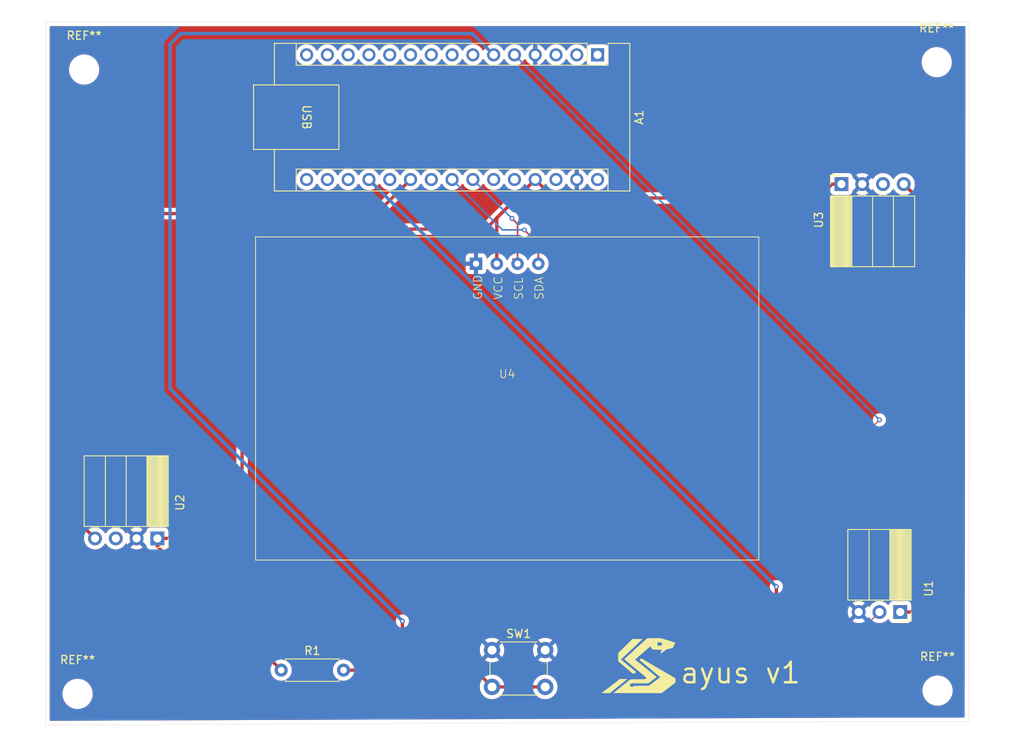
<source format=kicad_pcb>
(kicad_pcb (version 20241229) (generator "pcbnew") (generator_version "9.0")
  (layers (0 "F.Cu" signal "Front") (4 "In1.Cu" signal) (6 "In2.Cu" signal) (2 "B.Cu" signal "Back") (13 "F.Paste" user) (15 "B.Paste" user) (5 "F.SilkS" user "F.Silkscreen") (7 "B.SilkS" user "B.Silkscreen") (1 "F.Mask" user) (3 "B.Mask" user) (25 "Edge.Cuts" user))
  (net 0 "")
  (net 1 "Net-(A1-A0)")
  (net 10 "GND")
  (net 11 "Net-(A1-A5)")
  (net 21 "Net-(A1-D3)")
  (net 25 "+5V")
  (net 26 "Net-(A1-D2)")
  (net 27 "Net-(A1-A4)")
  (net 28 "Net-(A1-A2)")
  (footprint "Button_Switch_THT:SW_PUSH_6mm_H5mm" (layer "F.Cu") (at 97.15 110.75)
    (property "Reference" "SW1" (at 3.25 -2 0) (layer "F.SilkS"))
    (property "Value" "SW_Push")
    (fp_line (start -0.25 1.5) (end -0.25 3) (stroke (width 0.12)) (layer "F.SilkS"))
    (fp_line (start 1 5.5) (end 5.5 5.5) (stroke (width 0.12)) (layer "F.SilkS"))
    (fp_line (start 5.5 -1) (end 1 -1) (stroke (width 0.12)) (layer "F.SilkS"))
    (fp_line (start 6.75 3) (end 6.75 1.5) (stroke (width 0.12)) (layer "F.SilkS"))
    (pad "1" thru_hole circle (at 0 0 90) (size 2 2) (drill 1.1) (layers "*.Cu" "*.Mask") (net 10 "GND"))
    (pad "1" thru_hole circle (at 6.5 0 90) (size 2 2) (drill 1.1) (layers "*.Cu" "*.Mask") (net 10 "GND"))
    (pad "2" thru_hole circle (at 0 4.5 90) (size 2 2) (drill 1.1) (layers "*.Cu" "*.Mask") (net 21 "Net-(A1-D3)"))
    (pad "2" thru_hole circle (at 6.5 4.5 90) (size 2 2) (drill 1.1) (layers "*.Cu" "*.Mask") (net 21 "Net-(A1-D3)"))
  )
  (footprint "Connector_PinSocket_2.54mm:PinSocket_1x04_P2.54mm_Horizontal" (layer "F.Cu") (at 139.85 53.8 90)
    (property "Reference" "U3" (at -4.38 -2.77 90) (layer "F.SilkS"))
    (property "Value" "LDR")
    (fp_line (start 1.11 -1.33) (end 1.11 0) (stroke (width 0.12)) (layer "F.SilkS"))
    (fp_line (start 0 -1.33) (end 1.11 -1.33) (stroke (width 0.12)) (layer "F.SilkS"))
    (fp_line (start -1.46 -1.33) (end -1.46 8.95) (stroke (width 0.12)) (layer "F.SilkS"))
    (fp_line (start -10.09 -1.33) (end -1.46 -1.33) (stroke (width 0.12)) (layer "F.SilkS"))
    (fp_line (start -10.09 -1.33) (end -10.09 8.95) (stroke (width 0.12)) (layer "F.SilkS"))
    (fp_line (start -10.09 -1.21) (end -1.46 -1.21) (stroke (width 0.12)) (layer "F.SilkS"))
    (fp_line (start -10.09 -1.091905) (end -1.46 -1.091905) (stroke (width 0.12)) (layer "F.SilkS"))
    (fp_line (start -10.09 -0.97381) (end -1.46 -0.97381) (stroke (width 0.12)) (layer "F.SilkS"))
    (fp_line (start -10.09 -0.855715) (end -1.46 -0.855715) (stroke (width 0.12)) (layer "F.SilkS"))
    (fp_line (start -10.09 -0.73762) (end -1.46 -0.73762) (stroke (width 0.12)) (layer "F.SilkS"))
    (fp_line (start -10.09 -0.619525) (end -1.46 -0.619525) (stroke (width 0.12)) (layer "F.SilkS"))
    (fp_line (start -10.09 -0.50143) (end -1.46 -0.50143) (stroke (width 0.12)) (layer "F.SilkS"))
    (fp_line (start -10.09 -0.383335) (end -1.46 -0.383335) (stroke (width 0.12)) (layer "F.SilkS"))
    (fp_line (start -1.46 -0.36) (end -1.11 -0.36) (stroke (width 0.12)) (layer "F.SilkS"))
    (fp_line (start -10.09 -0.26524) (end -1.46 -0.26524) (stroke (width 0.12)) (layer "F.SilkS"))
    (fp_line (start -10.09 -0.147145) (end -1.46 -0.147145) (stroke (width 0.12)) (layer "F.SilkS"))
    (fp_line (start -10.09 -0.02905) (end -1.46 -0.02905) (stroke (width 0.12)) (layer "F.SilkS"))
    (fp_line (start -10.09 0.089045) (end -1.46 0.089045) (stroke (width 0.12)) (layer "F.SilkS"))
    (fp_line (start -10.09 0.20714) (end -1.46 0.20714) (stroke (width 0.12)) (layer "F.SilkS"))
    (fp_line (start -10.09 0.325235) (end -1.46 0.325235) (stroke (width 0.12)) (layer "F.SilkS"))
    (fp_line (start -1.46 0.36) (end -1.11 0.36) (stroke (width 0.12)) (layer "F.SilkS"))
    (fp_line (start -10.09 0.44333) (end -1.46 0.44333) (stroke (width 0.12)) (layer "F.SilkS"))
    (fp_line (start -10.09 0.561425) (end -1.46 0.561425) (stroke (width 0.12)) (layer "F.SilkS"))
    (fp_line (start -10.09 0.67952) (end -1.46 0.67952) (stroke (width 0.12)) (layer "F.SilkS"))
    (fp_line (start -10.09 0.797615) (end -1.46 0.797615) (stroke (width 0.12)) (layer "F.SilkS"))
    (fp_line (start -10.09 0.91571) (end -1.46 0.91571) (stroke (width 0.12)) (layer "F.SilkS"))
    (fp_line (start -10.09 1.033805) (end -1.46 1.033805) (stroke (width 0.12)) (layer "F.SilkS"))
    (fp_line (start -10.09 1.1519) (end -1.46 1.1519) (stroke (width 0.12)) (layer "F.SilkS"))
    (fp_line (start -10.09 1.27) (end -1.46 1.27) (stroke (width 0.12)) (layer "F.SilkS"))
    (fp_line (start -1.46 2.18) (end -1.05 2.18) (stroke (width 0.12)) (layer "F.SilkS"))
    (fp_line (start -1.46 2.9) (end -1.05 2.9) (stroke (width 0.12)) (layer "F.SilkS"))
    (fp_line (start -10.09 3.81) (end -1.46 3.81) (stroke (width 0.12)) (layer "F.SilkS"))
    (fp_line (start -1.46 4.72) (end -1.05 4.72) (stroke (width 0.12)) (layer "F.SilkS"))
    (fp_line (start -1.46 5.44) (end -1.05 5.44) (stroke (width 0.12)) (layer "F.SilkS"))
    (fp_line (start -10.09 6.35) (end -1.46 6.35) (stroke (width 0.12)) (layer "F.SilkS"))
    (fp_line (start -1.46 7.26) (end -1.05 7.26) (stroke (width 0.12)) (layer "F.SilkS"))
    (fp_line (start -1.46 7.98) (end -1.05 7.98) (stroke (width 0.12)) (layer "F.SilkS"))
    (fp_line (start -10.09 8.95) (end -1.46 8.95) (stroke (width 0.12)) (layer "F.SilkS"))
    (pad "1" thru_hole rect (at 0 0 90) (size 1.7 1.7) (drill 1) (layers "*.Cu" "*.Mask") (net 25 "+5V"))
    (pad "2" thru_hole circle (at 0 2.54 90) (size 1.7 1.7) (drill 1) (layers "*.Cu" "*.Mask") (net 10 "GND"))
    (pad "3" thru_hole circle (at 0 5.08 90) (size 1.7 1.7) (drill 1) (layers "*.Cu" "*.Mask"))
    (pad "4" thru_hole circle (at 0 7.62 90) (size 1.7 1.7) (drill 1) (layers "*.Cu" "*.Mask") (net 1 "Net-(A1-A0)"))
  )
  (footprint "MountingHole:MountingHole_3.2mm_M3" (layer "F.Cu") (at 47.3 39.8)
    (property "Reference" "REF**" (at 0 -4.15 0) (layer "F.SilkS"))
    (property "Value" "MountingHole_3.2mm_M3")
    (pad "" np_thru_hole circle (at 0 0) (size 3.2 3.2) (drill 3.2) (layers "*.Cu" "*.Mask"))
  )
  (footprint "MountingHole:MountingHole_3.2mm_M3" (layer "F.Cu") (at 151.6 115.7)
    (property "Reference" "REF**" (at 0 -4.15 0) (layer "F.SilkS"))
    (property "Value" "MountingHole_3.2mm_M3")
    (pad "" np_thru_hole circle (at 0 0) (size 3.2 3.2) (drill 3.2) (layers "*.Cu" "*.Mask"))
  )
  (footprint "Module:Arduino_Nano" (layer "F.Cu") (at 110.05 38 -90)
    (property "Reference" "A1" (at 7.62 -5.08 90) (layer "F.SilkS"))
    (property "Value" "Arduino_Nano_v3.x")
    (fp_line (start 3.68 42.04) (end 3.68 31.62) (stroke (width 0.12)) (layer "F.SilkS"))
    (fp_line (start 11.56 42.04) (end 3.68 42.04) (stroke (width 0.12)) (layer "F.SilkS"))
    (fp_line (start -1.4 39.5) (end 3.68 39.5) (stroke (width 0.12)) (layer "F.SilkS"))
    (fp_line (start 16.64 39.5) (end 11.56 39.5) (stroke (width 0.12)) (layer "F.SilkS"))
    (fp_line (start 16.64 39.5) (end 16.64 -3.94) (stroke (width 0.12)) (layer "F.SilkS"))
    (fp_line (start 1.27 36.83) (end -1.4 36.83) (stroke (width 0.12)) (layer "F.SilkS"))
    (fp_line (start 13.97 36.83) (end 16.64 36.83) (stroke (width 0.12)) (layer "F.SilkS"))
    (fp_line (start 3.68 31.62) (end 11.56 31.62) (stroke (width 0.12)) (layer "F.SilkS"))
    (fp_line (start 11.56 31.62) (end 11.56 42.04) (stroke (width 0.12)) (layer "F.SilkS"))
    (fp_line (start -1.4 1.27) (end -1.4 39.5) (stroke (width 0.12)) (layer "F.SilkS"))
    (fp_line (start 1.27 1.27) (end 1.27 36.83) (stroke (width 0.12)) (layer "F.SilkS"))
    (fp_line (start 1.27 1.27) (end -1.4 1.27) (stroke (width 0.12)) (layer "F.SilkS"))
    (fp_line (start 1.27 1.27) (end 1.27 -1.27) (stroke (width 0.12)) (layer "F.SilkS"))
    (fp_line (start 1.27 -1.27) (end -1.4 -1.27) (stroke (width 0.12)) (layer "F.SilkS"))
    (fp_line (start 13.97 -1.27) (end 13.97 36.83) (stroke (width 0.12)) (layer "F.SilkS"))
    (fp_line (start 13.97 -1.27) (end 16.64 -1.27) (stroke (width 0.12)) (layer "F.SilkS"))
    (fp_line (start -1.4 -3.94) (end -1.4 -1.27) (stroke (width 0.12)) (layer "F.SilkS"))
    (fp_line (start 16.64 -3.94) (end -1.4 -3.94) (stroke (width 0.12)) (layer "F.SilkS"))
    (fp_text user "USB" (at 7.62 35.56 270) (layer "F.SilkS"))
    (pad "1" thru_hole rect (at 0 0 270) (size 1.6 1.6) (drill 1) (layers "*.Cu" "*.Mask"))
    (pad "2" thru_hole oval (at 0 2.54 270) (size 1.6 1.6) (drill 1) (layers "*.Cu" "*.Mask"))
    (pad "3" thru_hole oval (at 0 5.08 270) (size 1.6 1.6) (drill 1) (layers "*.Cu" "*.Mask"))
    (pad "4" thru_hole oval (at 0 7.62 270) (size 1.6 1.6) (drill 1) (layers "*.Cu" "*.Mask") (net 10 "GND"))
    (pad "5" thru_hole oval (at 0 10.16 270) (size 1.6 1.6) (drill 1) (layers "*.Cu" "*.Mask") (net 26 "Net-(A1-D2)"))
    (pad "6" thru_hole oval (at 0 12.7 270) (size 1.6 1.6) (drill 1) (layers "*.Cu" "*.Mask") (net 21 "Net-(A1-D3)"))
    (pad "7" thru_hole oval (at 0 15.24 270) (size 1.6 1.6) (drill 1) (layers "*.Cu" "*.Mask"))
    (pad "8" thru_hole oval (at 0 17.78 270) (size 1.6 1.6) (drill 1) (layers "*.Cu" "*.Mask"))
    (pad "9" thru_hole oval (at 0 20.32 270) (size 1.6 1.6) (drill 1) (layers "*.Cu" "*.Mask"))
    (pad "10" thru_hole oval (at 0 22.86 270) (size 1.6 1.6) (drill 1) (layers "*.Cu" "*.Mask"))
    (pad "11" thru_hole oval (at 0 25.4 270) (size 1.6 1.6) (drill 1) (layers "*.Cu" "*.Mask"))
    (pad "12" thru_hole oval (at 0 27.94 270) (size 1.6 1.6) (drill 1) (layers "*.Cu" "*.Mask"))
    (pad "13" thru_hole oval (at 0 30.48 270) (size 1.6 1.6) (drill 1) (layers "*.Cu" "*.Mask"))
    (pad "14" thru_hole oval (at 0 33.02 270) (size 1.6 1.6) (drill 1) (layers "*.Cu" "*.Mask"))
    (pad "15" thru_hole oval (at 0 35.56 270) (size 1.6 1.6) (drill 1) (layers "*.Cu" "*.Mask"))
    (pad "16" thru_hole oval (at 15.24 35.56 270) (size 1.6 1.6) (drill 1) (layers "*.Cu" "*.Mask"))
    (pad "17" thru_hole oval (at 15.24 33.02 270) (size 1.6 1.6) (drill 1) (layers "*.Cu" "*.Mask"))
    (pad "18" thru_hole oval (at 15.24 30.48 270) (size 1.6 1.6) (drill 1) (layers "*.Cu" "*.Mask"))
    (pad "19" thru_hole oval (at 15.24 27.94 270) (size 1.6 1.6) (drill 1) (layers "*.Cu" "*.Mask") (net 1 "Net-(A1-A0)"))
    (pad "20" thru_hole oval (at 15.24 25.4 270) (size 1.6 1.6) (drill 1) (layers "*.Cu" "*.Mask"))
    (pad "21" thru_hole oval (at 15.24 22.86 270) (size 1.6 1.6) (drill 1) (layers "*.Cu" "*.Mask") (net 28 "Net-(A1-A2)"))
    (pad "22" thru_hole oval (at 15.24 20.32 270) (size 1.6 1.6) (drill 1) (layers "*.Cu" "*.Mask"))
    (pad "23" thru_hole oval (at 15.24 17.78 270) (size 1.6 1.6) (drill 1) (layers "*.Cu" "*.Mask") (net 27 "Net-(A1-A4)"))
    (pad "24" thru_hole oval (at 15.24 15.24 270) (size 1.6 1.6) (drill 1) (layers "*.Cu" "*.Mask") (net 11 "Net-(A1-A5)"))
    (pad "25" thru_hole oval (at 15.24 12.7 270) (size 1.6 1.6) (drill 1) (layers "*.Cu" "*.Mask"))
    (pad "26" thru_hole oval (at 15.24 10.16 270) (size 1.6 1.6) (drill 1) (layers "*.Cu" "*.Mask"))
    (pad "27" thru_hole oval (at 15.24 7.62 270) (size 1.6 1.6) (drill 1) (layers "*.Cu" "*.Mask") (net 25 "+5V"))
    (pad "28" thru_hole oval (at 15.24 5.08 270) (size 1.6 1.6) (drill 1) (layers "*.Cu" "*.Mask"))
    (pad "29" thru_hole oval (at 15.24 2.54 270) (size 1.6 1.6) (drill 1) (layers "*.Cu" "*.Mask") (net 10 "GND"))
    (pad "30" thru_hole oval (at 15.24 0 270) (size 1.6 1.6) (drill 1) (layers "*.Cu" "*.Mask"))
  )
  (footprint "Connector_PinSocket_2.54mm:PinSocket_1x04_P2.54mm_Horizontal" (layer "F.Cu") (at 56.25 97.1 -90)
    (property "Reference" "U2" (at -4.38 -2.77 90) (layer "F.SilkS"))
    (property "Value" "MQ-135")
    (fp_line (start -10.09 8.95) (end -1.46 8.95) (stroke (width 0.12)) (layer "F.SilkS"))
    (fp_line (start -1.46 7.98) (end -1.05 7.98) (stroke (width 0.12)) (layer "F.SilkS"))
    (fp_line (start -1.46 7.26) (end -1.05 7.26) (stroke (width 0.12)) (layer "F.SilkS"))
    (fp_line (start -10.09 6.35) (end -1.46 6.35) (stroke (width 0.12)) (layer "F.SilkS"))
    (fp_line (start -1.46 5.44) (end -1.05 5.44) (stroke (width 0.12)) (layer "F.SilkS"))
    (fp_line (start -1.46 4.72) (end -1.05 4.72) (stroke (width 0.12)) (layer "F.SilkS"))
    (fp_line (start -10.09 3.81) (end -1.46 3.81) (stroke (width 0.12)) (layer "F.SilkS"))
    (fp_line (start -1.46 2.9) (end -1.05 2.9) (stroke (width 0.12)) (layer "F.SilkS"))
    (fp_line (start -1.46 2.18) (end -1.05 2.18) (stroke (width 0.12)) (layer "F.SilkS"))
    (fp_line (start -10.09 1.27) (end -1.46 1.27) (stroke (width 0.12)) (layer "F.SilkS"))
    (fp_line (start -10.09 1.1519) (end -1.46 1.1519) (stroke (width 0.12)) (layer "F.SilkS"))
    (fp_line (start -10.09 1.033805) (end -1.46 1.033805) (stroke (width 0.12)) (layer "F.SilkS"))
    (fp_line (start -10.09 0.91571) (end -1.46 0.91571) (stroke (width 0.12)) (layer "F.SilkS"))
    (fp_line (start -10.09 0.797615) (end -1.46 0.797615) (stroke (width 0.12)) (layer "F.SilkS"))
    (fp_line (start -10.09 0.67952) (end -1.46 0.67952) (stroke (width 0.12)) (layer "F.SilkS"))
    (fp_line (start -10.09 0.561425) (end -1.46 0.561425) (stroke (width 0.12)) (layer "F.SilkS"))
    (fp_line (start -10.09 0.44333) (end -1.46 0.44333) (stroke (width 0.12)) (layer "F.SilkS"))
    (fp_line (start -1.46 0.36) (end -1.11 0.36) (stroke (width 0.12)) (layer "F.SilkS"))
    (fp_line (start -10.09 0.325235) (end -1.46 0.325235) (stroke (width 0.12)) (layer "F.SilkS"))
    (fp_line (start -10.09 0.20714) (end -1.46 0.20714) (stroke (width 0.12)) (layer "F.SilkS"))
    (fp_line (start -10.09 0.089045) (end -1.46 0.089045) (stroke (width 0.12)) (layer "F.SilkS"))
    (fp_line (start -10.09 -0.02905) (end -1.46 -0.02905) (stroke (width 0.12)) (layer "F.SilkS"))
    (fp_line (start -10.09 -0.147145) (end -1.46 -0.147145) (stroke (width 0.12)) (layer "F.SilkS"))
    (fp_line (start -10.09 -0.26524) (end -1.46 -0.26524) (stroke (width 0.12)) (layer "F.SilkS"))
    (fp_line (start -1.46 -0.36) (end -1.11 -0.36) (stroke (width 0.12)) (layer "F.SilkS"))
    (fp_line (start -10.09 -0.383335) (end -1.46 -0.383335) (stroke (width 0.12)) (layer "F.SilkS"))
    (fp_line (start -10.09 -0.50143) (end -1.46 -0.50143) (stroke (width 0.12)) (layer "F.SilkS"))
    (fp_line (start -10.09 -0.619525) (end -1.46 -0.619525) (stroke (width 0.12)) (layer "F.SilkS"))
    (fp_line (start -10.09 -0.73762) (end -1.46 -0.73762) (stroke (width 0.12)) (layer "F.SilkS"))
    (fp_line (start -10.09 -0.855715) (end -1.46 -0.855715) (stroke (width 0.12)) (layer "F.SilkS"))
    (fp_line (start -10.09 -0.97381) (end -1.46 -0.97381) (stroke (width 0.12)) (layer "F.SilkS"))
    (fp_line (start -10.09 -1.091905) (end -1.46 -1.091905) (stroke (width 0.12)) (layer "F.SilkS"))
    (fp_line (start -10.09 -1.21) (end -1.46 -1.21) (stroke (width 0.12)) (layer "F.SilkS"))
    (fp_line (start -10.09 -1.33) (end -10.09 8.95) (stroke (width 0.12)) (layer "F.SilkS"))
    (fp_line (start -10.09 -1.33) (end -1.46 -1.33) (stroke (width 0.12)) (layer "F.SilkS"))
    (fp_line (start -1.46 -1.33) (end -1.46 8.95) (stroke (width 0.12)) (layer "F.SilkS"))
    (fp_line (start 0 -1.33) (end 1.11 -1.33) (stroke (width 0.12)) (layer "F.SilkS"))
    (fp_line (start 1.11 -1.33) (end 1.11 0) (stroke (width 0.12)) (layer "F.SilkS"))
    (pad "1" thru_hole rect (at 0 0 270) (size 1.7 1.7) (drill 1) (layers "*.Cu" "*.Mask") (net 25 "+5V"))
    (pad "2" thru_hole circle (at 0 2.54 270) (size 1.7 1.7) (drill 1) (layers "*.Cu" "*.Mask") (net 10 "GND"))
    (pad "3" thru_hole circle (at 0 5.08 270) (size 1.7 1.7) (drill 1) (layers "*.Cu" "*.Mask"))
    (pad "4" thru_hole circle (at 0 7.62 270) (size 1.7 1.7) (drill 1) (layers "*.Cu" "*.Mask") (net 28 "Net-(A1-A2)"))
  )
  (footprint "LOGO" (layer "F.Cu") (at 115.3 113.1)
    (property "Reference" "G***" (hide yes))
    (property "Value" "LOGO" (hide yes))
    (fp_poly (pts (xy -2.007983 1.181982) (xy -1.903999 1.182847) (xy -1.810657 1.184565) (xy -1.733633 1.187151) (xy -1.678599 1.190617) (xy -1.651231 1.194977) (xy -1.649237 1.196662) (xy -1.653371 1.203448) (xy -1.666785 1.217359) (xy -1.690992 1.239647) (xy -1.727505 1.271567) (xy -1.777838 1.314373) (xy -1.843507 1.369318) (xy -1.926023 1.437655) (xy -2.026902 1.520639) (xy -2.147657 1.619524) (xy -2.289801 1.735563) (xy -2.45485 1.870009) (xy -2.644317 2.024118) (xy -2.85936 2.198854) (xy -2.974559 2.292345) (xy -3.098884 2.393109) (xy -3.223983 2.494383) (xy -3.341504 2.589408) (xy -3.443092 2.671422) (xy -3.474862 2.697029) (xy -3.739445 2.91017) (xy -4.25891 2.910293) (xy -4.389208 2.909846) (xy -4.506426 2.908524) (xy -4.606398 2.906447) (xy -4.684959 2.903736) (xy -4.737941 2.900514) (xy -4.761179 2.896901) (xy -4.761619 2.895651) (xy -4.743777 2.881727) (xy -4.701288 2.849377) (xy -4.637751 2.801315) (xy -4.55676 2.740253) (xy -4.461912 2.668907) (xy -4.356804 2.58999) (xy -4.312709 2.556923) (xy -4.175678 2.453761) (xy -4.020586 2.33627) (xy -3.857156 2.211864) (xy -3.69511 2.087953) (xy -3.544169 1.971952) (xy -3.448403 1.897937) (xy -3.327563 1.804266) (xy -3.20349 1.708105) (xy -3.082301 1.614196) (xy -2.970116 1.527278) (xy -2.873054 1.452093) (xy -2.797231 1.393381) (xy -2.791968 1.389306) (xy -2.715268 1.329409) (xy -2.64852 1.276288) (xy -2.596709 1.233987) (xy -2.564815 1.206552) (xy -2.557211 1.198751) (xy -2.537613 1.194002) (xy -2.488936 1.190016) (xy -2.416855 1.186805) (xy -2.327045 1.184384) (xy -2.22518 1.182764) (xy -2.116935 1.181959)) (fill yes) (layer "F.SilkS"))
    (fp_poly (pts (xy -0.233907 -3.703781) (xy -0.102375 -3.702683) (xy 0.01332 -3.700963) (xy 0.109183 -3.698714) (xy 0.181214 -3.696025) (xy 0.225417 -3.692988) (xy 0.238125 -3.690158) (xy 0.225751 -3.67374) (xy 0.19189 -3.638726) (xy 0.141431 -3.589945) (xy 0.079264 -3.532227) (xy 0.066145 -3.520298) (xy -0.019056 -3.44227) (xy -0.11424 -3.353801) (xy -0.20617 -3.267253) (xy -0.264584 -3.211459) (xy -0.358208 -3.121749) (xy -0.476232 -3.009535) (xy -0.617141 -2.876243) (xy -0.779416 -2.723302) (xy -0.96154 -2.55214) (xy -1.161997 -2.364184) (xy -1.379269 -2.160862) (xy -1.605581 -1.949444) (xy -1.772363 -1.793655) (xy -1.914958 -1.660203) (xy -2.035062 -1.547453) (xy -2.134372 -1.453774) (xy -2.214586 -1.377531) (xy -2.277399 -1.317092) (xy -2.32451 -1.270823) (xy -2.357613 -1.237092) (xy -2.378407 -1.214265) (xy -2.388588 -1.200708) (xy -2.389853 -1.19479) (xy -2.389746 -1.194691) (xy -2.374665 -1.18233) (xy -2.335254 -1.150062) (xy -2.274487 -1.10032) (xy -2.195336 -1.035538) (xy -2.100774 -0.958148) (xy -1.993774 -0.870584) (xy -1.877309 -0.775279) (xy -1.843264 -0.747421) (xy -1.622384 -0.566619) (xy -1.427317 -0.406799) (xy -1.25652 -0.266666) (xy -1.108452 -0.144926) (xy -0.981572 -0.040285) (xy -0.874336 0.048552) (xy -0.785203 0.12288) (xy -0.712632 0.183993) (xy -0.655079 0.233186) (xy -0.611004 0.271753) (xy -0.578864 0.300989) (xy -0.557118 0.322188) (xy -0.544223 0.336644) (xy -0.538638 0.345654) (xy -0.538098 0.348321) (xy -0.552886 0.36544) (xy -0.591931 0.393216) (xy -0.647516 0.427399) (xy -0.711923 0.463741) (xy -0.777436 0.497993) (xy -0.836336 0.525906) (xy -0.880907 0.543232) (xy -0.898618 0.546805) (xy -0.922891 0.535263) (xy -0.972531 0.500569) (xy -1.047662 0.442625) (xy -1.148408 0.36133) (xy -1.274894 0.256584) (xy -1.427244 0.128286) (xy -1.580431 -0.002147) (xy -1.72009 -0.121537) (xy -1.860568 -0.241601) (xy -1.997732 -0.358807) (xy -2.127447 -0.469624) (xy -2.24558 -0.570521) (xy -2.347997 -0.657966) (xy -2.430565 -0.72843) (xy -2.473481 -0.765028) (xy -2.724462 -0.978959) (xy -2.724835 -1.484258) (xy -2.725209 -1.989557) (xy -1.858942 -2.846862) (xy -0.992675 -3.704168) (xy -0.377275 -3.704168)) (fill yes) (layer "F.SilkS"))
    (fp_poly (pts (xy 2.035149 -3.809021) (xy 2.173078 -3.808209) (xy 2.285095 -3.806849) (xy 2.374321 -3.80485) (xy 2.443877 -3.802121) (xy 2.496885 -3.798572) (xy 2.536466 -3.794111) (xy 2.565742 -3.788647) (xy 2.586289 -3.782646) (xy 2.623686 -3.77017) (xy 2.689459 -3.749053) (xy 2.778251 -3.72098) (xy 2.884705 -3.687637) (xy 3.003464 -3.650708) (xy 3.122083 -3.614062) (xy 3.34831 -3.544256) (xy 3.542971 -3.483844) (xy 3.708283 -3.432073) (xy 3.846466 -3.388187) (xy 3.959739 -3.351433) (xy 4.050321 -3.321057) (xy 4.120432 -3.296303) (xy 4.172291 -3.276418) (xy 4.208116 -3.260648) (xy 4.230127 -3.248238) (xy 4.240544 -3.238434) (xy 4.242152 -3.233361) (xy 4.234104 -3.205974) (xy 4.212563 -3.156527) (xy 4.181431 -3.09365) (xy 4.164717 -3.062137) (xy 4.117882 -2.97472) (xy 4.066128 -2.876609) (xy 4.01979 -2.787415) (xy 4.015025 -2.778126) (xy 3.981153 -2.712632) (xy 3.952265 -2.657967) (xy 3.932891 -2.622657) (xy 3.928677 -2.615642) (xy 3.907262 -2.604916) (xy 3.857783 -2.589418) (xy 3.786889 -2.57066) (xy 3.701229 -2.550154) (xy 3.607453 -2.529411) (xy 3.512211 -2.509944) (xy 3.422151 -2.493264) (xy 3.343924 -2.480882) (xy 3.32493 -2.478377) (xy 3.289997 -2.473324) (xy 3.257798 -2.465956) (xy 3.224607 -2.45397) (xy 3.186694 -2.43506) (xy 3.140332 -2.406921) (xy 3.081793 -2.367247) (xy 3.007348 -2.313734) (xy 2.91327 -2.244075) (xy 2.795829 -2.155967) (xy 2.760486 -2.129358) (xy 2.647635 -2.045268) (xy 2.560274 -1.982291) (xy 2.496569 -1.939225) (xy 2.454686 -1.914867) (xy 2.432793 -1.908016) (xy 2.428518 -1.911654) (xy 2.432752 -1.938177) (xy 2.448451 -1.989688) (xy 2.473133 -2.058776) (xy 2.504313 -2.138025) (xy 2.504479 -2.138429) (xy 2.53698 -2.218058) (xy 2.564992 -2.287593) (xy 2.585507 -2.339509) (xy 2.595484 -2.366169) (xy 2.595709 -2.374591) (xy 2.587872 -2.381235) (xy 2.568324 -2.386319) (xy 2.533418 -2.390062) (xy 2.479502 -2.392684) (xy 2.40293 -2.394402) (xy 2.300052 -2.395436) (xy 2.167218 -2.396004) (xy 2.095268 -2.396169) (xy 1.945767 -2.396631) (xy 1.827134 -2.397548) (xy 1.734957 -2.399184) (xy 1.664826 -2.401804) (xy 1.612331 -2.405671) (xy 1.573062 -2.411049) (xy 1.542609 -2.418202) (xy 1.51656 -2.427393) (xy 1.507202 -2.431343) (xy 1.418968 -2.484127) (xy 1.343741 -2.561725) (xy 1.277447 -2.668639) (xy 1.259875 -2.704559) (xy 1.203629 -2.82502) (xy 1.130981 -2.755161) (xy 1.096606 -2.723498) (xy 1.038195 -2.671331) (xy 0.958536 -2.601073) (xy 0.860413 -2.515136) (xy 0.746612 -2.415933) (xy 0.619918 -2.305878) (xy 0.483119 -2.187382) (xy 0.338998 -2.062859) (xy 0.190342 -1.934722) (xy 0.039937 -1.805383) (xy -0.109432 -1.677255) (xy -0.254979 -1.55275) (xy -0.393919 -1.434282) (xy -0.400419 -1.428751) (xy -0.480776 -1.359878) (xy -0.551091 -1.298665) (xy -0.607221 -1.248794) (xy -0.645025 -1.21395) (xy -0.660362 -1.197817) (xy -0.660499 -1.197409) (xy -0.647732 -1.183174) (xy -0.612061 -1.151701) (xy -0.558544 -1.107263) (xy -0.492238 -1.05413) (xy -0.472558 -1.038659) (xy -0.411768 -0.990716) (xy -0.326996 -0.923344) (xy -0.221683 -0.839309) (xy -0.099269 -0.741376) (xy 0.036806 -0.632307) (xy 0.1831 -0.514869) (xy 0.336175 -0.391826) (xy 0.492588 -0.265943) (xy 0.648899 -0.139984) (xy 0.801669 -0.016713) (xy 0.947455 0.101103) (xy 1.082819 0.210702) (xy 1.144652 0.260854) (xy 1.317412 0.401114) (xy 1.464682 0.520788) (xy 1.588401 0.621476) (xy 1.69051 0.704777) (xy 1.772949 0.772288) (xy 1.837656 0.82561) (xy 1.886573 0.86634) (xy 1.921637 0.896078) (xy 1.94479 0.916422) (xy 1.957971 0.928972) (xy 1.963119 0.935326) (xy 1.963226 0.935573) (xy 1.956498 0.946568) (xy 1.931437 0.970241) (xy 1.886644 1.007678) (xy 1.820722 1.059966) (xy 1.732272 1.128192) (xy 1.619897 1.213443) (xy 1.482197 1.316804) (xy 1.317776 1.439363) (xy 1.255175 1.485868) (xy 0.9525 1.710557) (xy -0.069397 1.710764) (xy -0.285319 1.710849) (xy -0.468833 1.711069) (xy -0.622809 1.711519) (xy -0.750118 1.712288) (xy -0.85363 1.71347) (xy -0.936214 1.715157) (xy -1.000741 1.71744) (xy -1.05008 1.720412) (xy -1.087103 1.724165) (xy -1.114678 1.728792) (xy -1.135676 1.734383) (xy -1.152967 1.741032) (xy -1.163393 1.745874) (xy -1.237523 1.798706) (xy -1.28252 1.869919) (xy -1.296459 1.949735) (xy -1.280098 2.015192) (xy -1.236077 2.074462) (xy -1.171985 2.119985) (xy -1.10227 2.143151) (xy -1.061574 2.147014) (xy -1.021945 2.141731) (xy -0.973287 2.124594) (xy -0.905504 2.092896) (xy -0.894541 2.087455) (xy -0.758473 2.019652) (xy 0.123472 2.010832) (xy 1.005416 2.002013) (xy 1.42875 1.693732) (xy 1.554501 1.601948) (xy 1.687622 1.504417) (xy 1.820691 1.406603) (xy 1.946282 1.313971) (xy 2.056973 1.231985) (xy 2.133063 1.175301) (xy 2.414043 0.96515) (xy 2.352011 0.910318) (xy 2.321192 0.883903) (xy 2.267677 0.838923) (xy 2.196041 0.779187) (xy 2.110862 0.708505) (xy 2.016718 0.630685) (xy 1.947559 0.573697) (xy 1.829978 0.476862) (xy 1.699728 0.36947) (xy 1.566254 0.259316) (xy 1.439003 0.154198) (xy 1.327421 0.061911) (xy 1.305277 0.043577) (xy 1.217764 -0.028746) (xy 1.108791 -0.118566) (xy 0.983371 -0.22177) (xy 0.846515 -0.334247) (xy 0.703238 -0.451882) (xy 0.558552 -0.570565) (xy 0.41747 -0.686182) (xy 0.285005 -0.794621) (xy 0.166169 -0.89177) (xy 0.065976 -0.973516) (xy 0.008819 -1.020019) (xy -0.039996 -1.060947) (xy -0.076651 -1.094083) (xy -0.093594 -1.112583) (xy -0.093807 -1.113048) (xy -0.087965 -1.137268) (xy -0.064795 -1.178615) (xy -0.030867 -1.228267) (xy 0.007246 -1.277402) (xy 0.042974 -1.3172) (xy 0.069745 -1.338838) (xy 0.075622 -1.340491) (xy 0.109424 -1.331599) (xy 0.155582 -1.309616) (xy 0.167569 -1.302591) (xy 0.195408 -1.285991) (xy 0.25132 -1.253061) (xy 0.332883 -1.205212) (xy 0.437678 -1.143856) (xy 0.563283 -1.070403) (xy 0.70728 -0.986264) (xy 0.867247 -0.892851) (xy 1.040764 -0.791573) (xy 1.22541 -0.683843) (xy 1.418766 -0.571071) (xy 1.618411 -0.454669) (xy 1.821925 -0.336047) (xy 2.026887 -0.216616) (xy 2.230877 -0.097788) (xy 2.431475 0.019027) (xy 2.626261 0.132418) (xy 2.812813 0.240973) (xy 2.988712 0.343282) (xy 3.151538 0.437934) (xy 3.29887 0.523517) (xy 3.428287 0.59862) (xy 3.508011 0.644831) (xy 3.649977 0.727461) (xy 3.783964 0.806198) (xy 3.90655 0.878976) (xy 4.014313 0.943732) (xy 4.103833 0.9984) (xy 4.171688 1.040915) (xy 4.214457 1.069213) (xy 4.226796 1.078638) (xy 4.27743 1.125403) (xy 4.27743 1.363907) (xy 4.27743 1.60241) (xy 4.184826 1.680725) (xy 4.130442 1.725311) (xy 4.050453 1.78888) (xy 3.947556 1.869356) (xy 3.824449 1.964665) (xy 3.683831 2.072734) (xy 3.528401 2.191487) (xy 3.360857 2.31885) (xy 3.183897 2.452749) (xy 3.016387 2.578955) (xy 2.575553 2.910416) (xy -0.365869 2.910416) (xy -0.685101 2.910338) (xy -0.994656 2.910109) (xy -1.292708 2.909739) (xy -1.577428 2.909234) (xy -1.846988 2.908604) (xy -2.09956 2.907856) (xy -2.333316 2.906999) (xy -2.546427 2.906041) (xy -2.737066 2.904989) (xy -2.903404 2.903854) (xy -3.043613 2.902641) (xy -3.155865 2.901361) (xy -3.238333 2.900021) (xy -3.289187 2.898629) (xy -3.306599 2.897193) (xy -3.306599 2.897187) (xy -3.293216 2.882607) (xy -3.256337 2.849794) (xy -3.200196 2.802322) (xy -3.129028 2.743764) (xy -3.047067 2.677695) (xy -3.037606 2.670148) (xy -2.944144 2.595405) (xy -2.829936 2.503596) (xy -2.694116 2.394021) (xy -2.535817 2.265975) (xy -2.354171 2.118757) (xy -2.148312 1.951665) (xy -1.917373 1.763996) (xy -1.660486 1.555047) (xy -1.510001 1.432571) (xy -1.256112 1.225902) (xy -0.361921 1.217082) (xy 0.53227 1.208263) (xy 0.632142 1.141937) (xy 0.682393 1.106286) (xy 0.718263 1.076489) (xy 0.732013 1.058979) (xy 0.732013 1.058945) (xy 0.723968 1.048995) (xy 0.699301 1.02548) (xy 0.657217 0.987731) (xy 0.596923 0.935075) (xy 0.517623 0.866841) (xy 0.418522 0.782357) (xy 0.298825 0.680953) (xy 0.157738 0.561957) (xy -0.005534 0.424698) (xy -0.191786 0.268505) (xy -0.401813 0.092705) (xy -0.63641 -0.103372) (xy -0.896372 -0.320398) (xy -1.182493 -0.559043) (xy -1.27 -0.631995) (xy -1.405718 -0.745306) (xy -1.53305 -0.851963) (xy -1.649451 -0.94981) (xy -1.752378 -1.036693) (xy -1.839288 -1.110456) (xy -1.907636 -1.168945) (xy -1.954878 -1.210005) (xy -1.978471 -1.231481) (xy -1.980699 -1.234037) (xy -1.969787 -1.249563) (xy -1.936346 -1.284576) (xy -1.884319 -1.335247) (xy -1.817649 -1.397742) (xy -1.740279 -1.468231) (xy -1.73269 -1.475047) (xy -1.656183 -1.544072) (xy -1.55932 -1.632072) (xy -1.447597 -1.734017) (xy -1.326513 -1.844879) (xy -1.201563 -1.95963) (xy -1.078246 -2.07324) (xy -1.021684 -2.125487) (xy -0.887716 -2.249049) (xy -0.737602 -2.386985) (xy -0.579518 -2.531814) (xy -0.421642 -2.676057) (xy -0.272152 -2.812234) (xy -0.183395 -2.892779) (xy 2.071414 -2.892779) (xy 2.25279 -2.892877) (xy 2.337285 -2.8947) (xy 2.41573 -2.899516) (xy 2.476774 -2.906487) (xy 2.499552 -2.911135) (xy 2.568329 -2.946249) (xy 2.614404 -3.002005) (xy 2.635197 -3.070068) (xy 2.628129 -3.142105) (xy 2.591616 -3.208607) (xy 2.547269 -3.249193) (xy 2.490609 -3.276285) (xy 2.415405 -3.291457) (xy 2.315423 -3.296283) (xy 2.248958 -3.295143) (xy 2.081388 -3.289654) (xy 2.076401 -3.091216) (xy 2.071414 -2.892779) (xy -0.183395 -2.892779) (xy -0.139224 -2.932863) (xy -0.123165 -2.947394) (xy -0.003234 -3.055871) (xy 0.121589 -3.168776) (xy 0.245438 -3.280802) (xy 0.362446 -3.386642) (xy 0.466746 -3.48099) (xy 0.552472 -3.558539) (xy 0.573263 -3.577348) (xy 0.829027 -3.808728) (xy 1.669067 -3.809365) (xy 1.868185 -3.809376)) (fill yes) (layer "F.SilkS"))
  )
  (footprint "Connector_PinSocket_2.54mm:PinSocket_1x03_P2.54mm_Horizontal" (layer "F.Cu") (at 147.04 106.1 -90)
    (property "Reference" "U1" (at -2.88 -3.47 90) (layer "F.SilkS"))
    (property "Value" "DHT22")
    (fp_line (start -10.09 6.41) (end -1.46 6.41) (stroke (width 0.12)) (layer "F.SilkS"))
    (fp_line (start -1.46 5.44) (end -1.05 5.44) (stroke (width 0.12)) (layer "F.SilkS"))
    (fp_line (start -1.46 4.72) (end -1.05 4.72) (stroke (width 0.12)) (layer "F.SilkS"))
    (fp_line (start -10.09 3.81) (end -1.46 3.81) (stroke (width 0.12)) (layer "F.SilkS"))
    (fp_line (start -1.46 2.9) (end -1.05 2.9) (stroke (width 0.12)) (layer "F.SilkS"))
    (fp_line (start -1.46 2.18) (end -1.05 2.18) (stroke (width 0.12)) (layer "F.SilkS"))
    (fp_line (start -10.09 1.27) (end -1.46 1.27) (stroke (width 0.12)) (layer "F.SilkS"))
    (fp_line (start -10.09 1.1519) (end -1.46 1.1519) (stroke (width 0.12)) (layer "F.SilkS"))
    (fp_line (start -10.09 1.033805) (end -1.46 1.033805) (stroke (width 0.12)) (layer "F.SilkS"))
    (fp_line (start -10.09 0.91571) (end -1.46 0.91571) (stroke (width 0.12)) (layer "F.SilkS"))
    (fp_line (start -10.09 0.797615) (end -1.46 0.797615) (stroke (width 0.12)) (layer "F.SilkS"))
    (fp_line (start -10.09 0.67952) (end -1.46 0.67952) (stroke (width 0.12)) (layer "F.SilkS"))
    (fp_line (start -10.09 0.561425) (end -1.46 0.561425) (stroke (width 0.12)) (layer "F.SilkS"))
    (fp_line (start -10.09 0.44333) (end -1.46 0.44333) (stroke (width 0.12)) (layer "F.SilkS"))
    (fp_line (start -1.46 0.36) (end -1.11 0.36) (stroke (width 0.12)) (layer "F.SilkS"))
    (fp_line (start -10.09 0.325235) (end -1.46 0.325235) (stroke (width 0.12)) (layer "F.SilkS"))
    (fp_line (start -10.09 0.20714) (end -1.46 0.20714) (stroke (width 0.12)) (layer "F.SilkS"))
    (fp_line (start -10.09 0.089045) (end -1.46 0.089045) (stroke (width 0.12)) (layer "F.SilkS"))
    (fp_line (start -10.09 -0.02905) (end -1.46 -0.02905) (stroke (width 0.12)) (layer "F.SilkS"))
    (fp_line (start -10.09 -0.147145) (end -1.46 -0.147145) (stroke (width 0.12)) (layer "F.SilkS"))
    (fp_line (start -10.09 -0.26524) (end -1.46 -0.26524) (stroke (width 0.12)) (layer "F.SilkS"))
    (fp_line (start -1.46 -0.36) (end -1.11 -0.36) (stroke (width 0.12)) (layer "F.SilkS"))
    (fp_line (start -10.09 -0.383335) (end -1.46 -0.383335) (stroke (width 0.12)) (layer "F.SilkS"))
    (fp_line (start -10.09 -0.50143) (end -1.46 -0.50143) (stroke (width 0.12)) (layer "F.SilkS"))
    (fp_line (start -10.09 -0.619525) (end -1.46 -0.619525) (stroke (width 0.12)) (layer "F.SilkS"))
    (fp_line (start -10.09 -0.73762) (end -1.46 -0.73762) (stroke (width 0.12)) (layer "F.SilkS"))
    (fp_line (start -10.09 -0.855715) (end -1.46 -0.855715) (stroke (width 0.12)) (layer "F.SilkS"))
    (fp_line (start -10.09 -0.97381) (end -1.46 -0.97381) (stroke (width 0.12)) (layer "F.SilkS"))
    (fp_line (start -10.09 -1.091905) (end -1.46 -1.091905) (stroke (width 0.12)) (layer "F.SilkS"))
    (fp_line (start -10.09 -1.21) (end -1.46 -1.21) (stroke (width 0.12)) (layer "F.SilkS"))
    (fp_line (start -10.09 -1.33) (end -10.09 6.41) (stroke (width 0.12)) (layer "F.SilkS"))
    (fp_line (start -10.09 -1.33) (end -1.46 -1.33) (stroke (width 0.12)) (layer "F.SilkS"))
    (fp_line (start -1.46 -1.33) (end -1.46 6.41) (stroke (width 0.12)) (layer "F.SilkS"))
    (fp_line (start 0 -1.33) (end 1.11 -1.33) (stroke (width 0.12)) (layer "F.SilkS"))
    (fp_line (start 1.11 -1.33) (end 1.11 0) (stroke (width 0.12)) (layer "F.SilkS"))
    (pad "1" thru_hole rect (at 0 0 270) (size 1.7 1.7) (drill 1) (layers "*.Cu" "*.Mask") (net 25 "+5V"))
    (pad "2" thru_hole circle (at 0 2.54 270) (size 1.7 1.7) (drill 1) (layers "*.Cu" "*.Mask") (net 26 "Net-(A1-D2)"))
    (pad "3" thru_hole circle (at 0 5.08 270) (size 1.7 1.7) (drill 1) (layers "*.Cu" "*.Mask") (net 10 "GND"))
  )
  (footprint "Resistor_THT:R_Axial_DIN0207_L6.3mm_D2.5mm_P7.62mm_Horizontal" (layer "F.Cu") (at 71.38 113.2)
    (property "Reference" "R1" (at 3.81 -2.37 0) (layer "F.SilkS"))
    (property "Value" "10K")
    (fp_line (start 0.54 -1.37) (end 7.08 -1.37) (stroke (width 0.12)) (layer "F.SilkS"))
    (fp_line (start 0.54 -1.04) (end 0.54 -1.37) (stroke (width 0.12)) (layer "F.SilkS"))
    (fp_line (start 0.54 1.04) (end 0.54 1.37) (stroke (width 0.12)) (layer "F.SilkS"))
    (fp_line (start 0.54 1.37) (end 7.08 1.37) (stroke (width 0.12)) (layer "F.SilkS"))
    (fp_line (start 7.08 -1.37) (end 7.08 -1.04) (stroke (width 0.12)) (layer "F.SilkS"))
    (fp_line (start 7.08 1.37) (end 7.08 1.04) (stroke (width 0.12)) (layer "F.SilkS"))
    (pad "1" thru_hole circle (at 0 0) (size 1.6 1.6) (drill 0.8) (layers "*.Cu" "*.Mask") (net 25 "+5V"))
    (pad "2" thru_hole circle (at 7.62 0) (size 1.6 1.6) (drill 0.8) (layers "*.Cu" "*.Mask") (net 21 "Net-(A1-D3)"))
  )
  (footprint "MountingHole:MountingHole_3.2mm_M3" (layer "F.Cu") (at 151.5 38.9)
    (property "Reference" "REF**" (at 0 -4.15 0) (layer "F.SilkS"))
    (property "Value" "MountingHole_3.2mm_M3")
    (pad "" np_thru_hole circle (at 0 0) (size 3.2 3.2) (drill 3.2) (layers "*.Cu" "*.Mask"))
  )
  (footprint "ssd1306:SSD1306" (layer "F.Cu") (at 99 77.5)
    (property "Reference" "U4" (at 0 -0.5 0) (layer "F.SilkS") (effects (font (thickness 0.1))))
    (property "Value" "SSD_1306")
    (fp_line (start -30.75 -17.25) (end 30.75 -17.25) (stroke (width 0.1)) (layer "F.SilkS"))
    (fp_line (start -30.75 22.25) (end -30.75 -17.25) (stroke (width 0.1)) (layer "F.SilkS"))
    (fp_line (start 30.75 -17.25) (end 30.75 22.25) (stroke (width 0.1)) (layer "F.SilkS"))
    (fp_line (start 30.75 22.25) (end -30.75 22.25) (stroke (width 0.1)) (layer "F.SilkS"))
    (fp_text user "VCC" (at -0.5 -9.5 90) (layer "F.SilkS") (effects (font (thickness 0.1)) (justify left bottom)))
    (fp_text user "SDA" (at 4.5 -9.5 90) (layer "F.SilkS") (effects (font (thickness 0.1)) (justify left bottom)))
    (fp_text user "GND" (at -3 -9.5 90) (layer "F.SilkS") (effects (font (thickness 0.1)) (justify left bottom)))
    (fp_text user "SCL" (at 2 -9.5 90) (layer "F.SilkS") (effects (font (thickness 0.1)) (justify left bottom)))
    (pad "1" thru_hole rect (at -3.81 -13.97) (size 1.524 1.524) (drill 0.762) (layers "*.Cu" "*.Mask") (net 10 "GND"))
    (pad "2" thru_hole circle (at -1.27 -13.97) (size 1.524 1.524) (drill 0.762) (layers "*.Cu" "*.Mask") (net 25 "+5V"))
    (pad "3" thru_hole circle (at 1.27 -13.97) (size 1.524 1.524) (drill 0.762) (layers "*.Cu" "*.Mask") (net 11 "Net-(A1-A5)"))
    (pad "4" thru_hole circle (at 3.81 -13.97) (size 1.524 1.524) (drill 0.762) (layers "*.Cu" "*.Mask") (net 27 "Net-(A1-A4)"))
  )
  (footprint "MountingHole:MountingHole_3.2mm_M3" (layer "F.Cu") (at 46.5 116.1)
    (property "Reference" "REF**" (at 0 -4.15 0) (layer "F.SilkS"))
    (property "Value" "MountingHole_3.2mm_M3")
    (pad "" np_thru_hole circle (at 0 0) (size 3.2 3.2) (drill 3.2) (layers "*.Cu" "*.Mask"))
  )
  (gr_line (start 42.6 34) (end 155.5 34) (stroke (width 0.0381)) (layer "Edge.Cuts"))
  (gr_line (start 42.6 119.891389) (end 42.6 34) (stroke (width 0.0381)) (layer "Edge.Cuts"))
  (gr_line (start 142.6 119.5) (end 155.4 119.5) (stroke (width 0.0381)) (layer "Edge.Cuts"))
  (gr_line (start 42.6 119.891389) (end 142.6 119.5) (stroke (width 0.0381)) (layer "Edge.Cuts"))
  (gr_line (start 155.5 34) (end 155.4 119.5) (stroke (width 0.0381)) (layer "Edge.Cuts"))
  (gr_text "ayus v1" (at 120 115 0) (layer "F.SilkS") (effects (font (size 2.5 2.5) (thickness 0.3048) (bold yes)) (justify left bottom)))
  (segment (start 132.8 109.9) (end 152.8 109.9) (width 0.4) (layer "F.Cu") (net 1))
  (segment (start 153.5 59.83) (end 147.47 53.8) (width 0.4) (layer "F.Cu") (net 1))
  (segment (start 152.8 109.9) (end 153.5 109.2) (width 0.4) (layer "F.Cu") (net 1))
  (segment (start 131.9 109) (end 132.8 109.9) (width 0.4) (layer "F.Cu") (net 1))
  (segment (start 131.9 103) (end 131.9 109) (width 0.4) (layer "F.Cu") (net 1))
  (segment (start 153.5 109.2) (end 153.5 59.83) (width 0.4) (layer "F.Cu") (net 1))
  (via (at 131.9 103) (size 0.6) (drill 0.3) (layers "F.Cu" "B.Cu") (net 1))
  (segment (start 131.2 102.3) (end 131.17 102.3) (width 0.4) (layer "B.Cu") (net 1))
  (segment (start 131.9 103) (end 131.2 102.3) (width 0.4) (layer "B.Cu") (net 1))
  (segment (start 131.17 102.3) (end 82.11 53.24) (width 0.4) (layer "B.Cu") (net 1))
  (segment (start 99.6 58) (end 100.27 58.67) (width 0.2) (layer "F.Cu") (net 11))
  (segment (start 100.27 58.67) (end 100.27 63.53) (width 0.2) (layer "F.Cu") (net 11))
  (segment (start 100.27 63.53) (end 99.9 63.16) (width 0.2) (layer "F.Cu") (net 11))
  (segment (start 99.7 62.96) (end 100.27 63.53) (width 0.2) (layer "F.Cu") (net 11))
  (via (at 99.6 58) (size 0.6) (drill 0.3) (layers "F.Cu" "B.Cu") (net 11))
  (segment (start 99.6 58) (end 99.2 57.6) (width 0.2) (layer "B.Cu") (net 11))
  (segment (start 99.17 57.6) (end 94.81 53.24) (width 0.2) (layer "B.Cu") (net 11))
  (segment (start 99.2 57.6) (end 99.17 57.6) (width 0.2) (layer "B.Cu") (net 11))
  (segment (start 95.1 113.2) (end 97.15 115.25) (width 0.4) (layer "F.Cu") (net 21))
  (segment (start 86.2 113.2) (end 86.2 107.2) (width 0.4) (layer "F.Cu") (net 21))
  (segment (start 86.2 113.2) (end 95.1 113.2) (width 0.4) (layer "F.Cu") (net 21))
  (segment (start 79 113.2) (end 86.2 113.2) (width 0.4) (layer "F.Cu") (net 21))
  (segment (start 97.15 115.25) (end 103.65 115.25) (width 0.4) (layer "F.Cu") (net 21))
  (via (at 86.2 107.2) (size 0.6) (drill 0.3) (layers "F.Cu" "B.Cu") (net 21))
  (segment (start 59.1 35.4) (end 94.75 35.4) (width 0.4) (layer "B.Cu") (net 21))
  (segment (start 94.75 35.4) (end 97.35 38) (width 0.4) (layer "B.Cu") (net 21))
  (segment (start 86.2 107.2) (end 57.8 78.8) (width 0.4) (layer "B.Cu") (net 21))
  (segment (start 57.8 78.8) (end 57.8 36.7) (width 0.4) (layer "B.Cu") (net 21))
  (segment (start 57.8 36.7) (end 59.1 35.4) (width 0.4) (layer "B.Cu") (net 21))
  (segment (start 59.8 97.1) (end 66.6 90.3) (width 0.4) (layer "F.Cu") (net 25))
  (segment (start 97.73 63.53) (end 97.73 57.94) (width 0.4) (layer "F.Cu") (net 25))
  (segment (start 66.6 90.3) (end 66.6 59.3) (width 0.4) (layer "F.Cu") (net 25))
  (segment (start 97.73 57.94) (end 102.43 53.24) (width 0.4) (layer "F.Cu") (net 25))
  (segment (start 71.38 113.2) (end 56.25 98.07) (width 0.4) (layer "F.Cu") (net 25))
  (segment (start 104.69 55.5) (end 102.43 53.24) (width 0.4) (layer "F.Cu") (net 25))
  (segment (start 138.7 53.8) (end 132.3 60.2) (width 0.4) (layer "F.Cu") (net 25))
  (segment (start 56.25 98.07) (end 56.25 97.1) (width 0.4) (layer "F.Cu") (net 25))
  (segment (start 66.6 59.3) (end 96.37 59.3) (width 0.4) (layer "F.Cu") (net 25))
  (segment (start 147.04 106.1) (end 149.8 106.1) (width 0.4) (layer "F.Cu") (net 25))
  (segment (start 96.37 59.3) (end 102.43 53.24) (width 0.4) (layer "F.Cu") (net 25))
  (segment (start 127.6 55.5) (end 104.69 55.5) (width 0.4) (layer "F.Cu") (net 25))
  (segment (start 139.85 53.8) (end 138.7 53.8) (width 0.4) (layer "F.Cu") (net 25))
  (segment (start 151.5 104.4) (end 151.5 79.4) (width 0.4) (layer "F.Cu") (net 25))
  (segment (start 151.5 79.4) (end 132.3 60.2) (width 0.4) (layer "F.Cu") (net 25))
  (segment (start 149.8 106.1) (end 151.5 104.4) (width 0.4) (layer "F.Cu") (net 25))
  (segment (start 132.3 60.2) (end 127.6 55.5) (width 0.4) (layer "F.Cu") (net 25))
  (segment (start 56.25 97.1) (end 59.8 97.1) (width 0.4) (layer "F.Cu") (net 25))
  (segment (start 138.4 88.71) (end 144.5 82.61) (width 0.127) (layer "F.Cu") (net 26))
  (segment (start 144.5 106.1) (end 141.8 108.8) (width 0.127) (layer "F.Cu") (net 26))
  (segment (start 138.4 108.8) (end 138.4 88.71) (width 0.127) (layer "F.Cu") (net 26))
  (segment (start 141.8 108.8) (end 138.4 108.8) (width 0.127) (layer "F.Cu") (net 26))
  (via (at 144.5 82.61) (size 0.6) (drill 0.3) (layers "F.Cu" "B.Cu") (net 26))
  (segment (start 144.5 82.61) (end 99.89 38) (width 0.2) (layer "B.Cu") (net 26))
  (segment (start 102.81 63.53) (end 102.81 61.11) (width 0.2) (layer "F.Cu") (net 27))
  (segment (start 102.81 61.11) (end 101.1 59.4) (width 0.2) (layer "F.Cu") (net 27))
  (via (at 101.1 59.4) (size 0.6) (drill 0.3) (layers "F.Cu" "B.Cu") (net 27))
  (segment (start 101.1 59.4) (end 98.43 59.4) (width 0.2) (layer "B.Cu") (net 27))
  (segment (start 98.43 59.4) (end 92.27 53.24) (width 0.2) (layer "B.Cu") (net 27))
  (segment (start 83.03 57.4) (end 87.19 53.24) (width 0.4) (layer "F.Cu") (net 28))
  (segment (start 45.2 93.67) (end 45.2 59.7) (width 0.4) (layer "F.Cu") (net 28))
  (segment (start 47.5 57.4) (end 83.03 57.4) (width 0.4) (layer "F.Cu") (net 28))
  (segment (start 48.63 97.1) (end 45.2 93.67) (width 0.4) (layer "F.Cu") (net 28))
  (segment (start 45.2 59.7) (end 47.5 57.4) (width 0.4) (layer "F.Cu") (net 28))
  (zone (net 10) (net_name "GND") (layers "F.Cu" "B.Cu") (connect_pads (clearance 0.5)) (min_thickness 0.25) (fill yes (thermal_gap 0.5) (thermal_bridge_width 0.5))
    (polygon (pts (xy 39.3 31.3) (xy 39 123.1) (xy 159.5 123.5) (xy 160.5 31.3)))
  )
)
</source>
